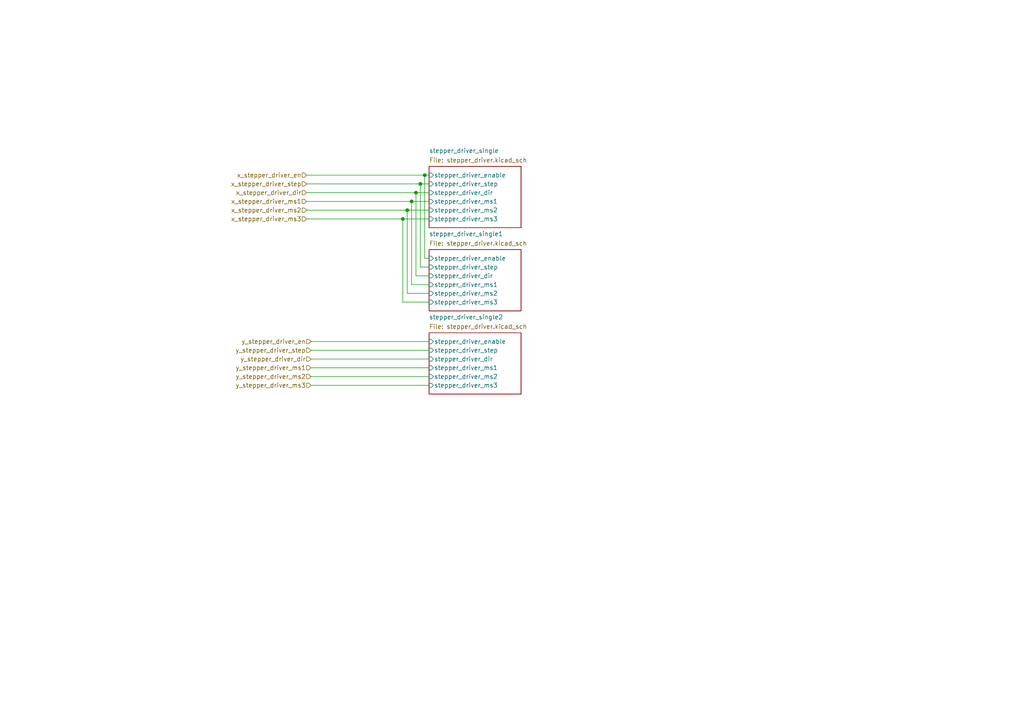
<source format=kicad_sch>
(kicad_sch (version 20230121) (generator eeschema)
  (paper "A4")
  (lib_symbols)
  (junction (at 123.19 50.8))
  (junction (at 120.65 55.88))
  (junction (at 121.92 53.34))
  (junction (at 116.84 63.5))
  (junction (at 119.38 58.42))
  (junction (at 118.11 60.96))
  (wire (pts (xy 116.84 63.5) (xy 124.46 63.5)))
  (wire (pts (xy 124.46 60.96) (xy 118.11 60.96)))
  (wire (pts (xy 120.65 80.01) (xy 120.65 55.88)))
  (wire (pts (xy 124.46 50.8) (xy 123.19 50.8)))
  (wire (pts (xy 119.38 58.42) (xy 124.46 58.42)))
  (wire (pts (xy 90.17 106.68) (xy 124.46 106.68)))
  (wire (pts (xy 88.9 53.34) (xy 121.92 53.34)))
  (wire (pts (xy 90.17 99.06) (xy 124.46 99.06)))
  (wire (pts (xy 88.9 55.88) (xy 120.65 55.88)))
  (wire (pts (xy 88.9 63.5) (xy 116.84 63.5)))
  (wire (pts (xy 121.92 53.34) (xy 121.92 77.47)))
  (wire (pts (xy 121.92 77.47) (xy 124.46 77.47)))
  (wire (pts (xy 116.84 87.63) (xy 116.84 63.5)))
  (wire (pts (xy 90.17 104.14) (xy 124.46 104.14)))
  (wire (pts (xy 123.19 50.8) (xy 123.19 74.93)))
  (wire (pts (xy 118.11 60.96) (xy 118.11 85.09)))
  (wire (pts (xy 124.46 87.63) (xy 116.84 87.63)))
  (wire (pts (xy 124.46 80.01) (xy 120.65 80.01)))
  (wire (pts (xy 88.9 58.42) (xy 119.38 58.42)))
  (wire (pts (xy 88.9 60.96) (xy 118.11 60.96)))
  (wire (pts (xy 123.19 74.93) (xy 124.46 74.93)))
  (wire (pts (xy 124.46 53.34) (xy 121.92 53.34)))
  (wire (pts (xy 90.17 109.22) (xy 124.46 109.22)))
  (wire (pts (xy 90.17 101.6) (xy 124.46 101.6)))
  (wire (pts (xy 119.38 82.55) (xy 119.38 58.42)))
  (wire (pts (xy 90.17 111.76) (xy 124.46 111.76)))
  (wire (pts (xy 118.11 85.09) (xy 124.46 85.09)))
  (wire (pts (xy 120.65 55.88) (xy 124.46 55.88)))
  (wire (pts (xy 124.46 82.55) (xy 119.38 82.55)))
  (wire (pts (xy 88.9 50.8) (xy 123.19 50.8)))
  (hierarchical_label "y_stepper_driver_ms1" (shape input) (at 90.17 106.68 180))
  (hierarchical_label "x_stepper_driver_ms2" (shape input) (at 88.9 60.96 180))
  (hierarchical_label "x_stepper_driver_ms3" (shape input) (at 88.9 63.5 180))
  (hierarchical_label "y_stepper_driver_ms2" (shape input) (at 90.17 109.22 180))
  (hierarchical_label "x_stepper_driver_ms1" (shape input) (at 88.9 58.42 180))
  (hierarchical_label "y_stepper_driver_dir" (shape input) (at 90.17 104.14 180))
  (hierarchical_label "y_stepper_driver_step" (shape input) (at 90.17 101.6 180))
  (hierarchical_label "x_stepper_driver_step" (shape input) (at 88.9 53.34 180))
  (hierarchical_label "x_stepper_driver_en" (shape input) (at 88.9 50.8 180))
  (hierarchical_label "y_stepper_driver_ms3" (shape input) (at 90.17 111.76 180))
  (hierarchical_label "x_stepper_driver_dir" (shape input) (at 88.9 55.88 180))
  (hierarchical_label "y_stepper_driver_en" (shape input) (at 90.17 99.06 180))
  (sheet (at 124.46 72.39) (size 26.67 17.78) (stroke (width 0.1524))
    (property "Sheetname" "stepper_driver_single1" (at 124.46 68.58 0) (effects (justify left bottom)))
    (property "Sheetfile" "stepper_driver.kicad_sch" (at 124.46 69.85 0) (effects (justify left top)))
    (pin "stepper_driver_enable" input (at 124.46 74.93 180))
    (pin "stepper_driver_ms2" input (at 124.46 85.09 180))
    (pin "stepper_driver_ms1" input (at 124.46 82.55 180))
    (pin "stepper_driver_step" input (at 124.46 77.47 180))
    (pin "stepper_driver_dir" input (at 124.46 80.01 180))
    (pin "stepper_driver_ms3" input (at 124.46 87.63 180))
  )
  (sheet (at 124.46 96.52) (size 26.67 17.78) (stroke (width 0.1524))
    (property "Sheetname" "stepper_driver_single2" (at 124.46 92.71 0) (effects (justify left bottom)))
    (property "Sheetfile" "stepper_driver.kicad_sch" (at 124.46 93.98 0) (effects (justify left top)))
    (pin "stepper_driver_enable" input (at 124.46 99.06 180))
    (pin "stepper_driver_ms2" input (at 124.46 109.22 180))
    (pin "stepper_driver_ms1" input (at 124.46 106.68 180))
    (pin "stepper_driver_step" input (at 124.46 101.6 180))
    (pin "stepper_driver_dir" input (at 124.46 104.14 180))
    (pin "stepper_driver_ms3" input (at 124.46 111.76 180))
  )
  (sheet (at 124.46 48.26) (size 26.67 17.78) (stroke (width 0.1524))
    (property "Sheetname" "stepper_driver_single" (at 124.46 44.45 0) (effects (justify left bottom)))
    (property "Sheetfile" "stepper_driver.kicad_sch" (at 124.46 45.72 0) (effects (justify left top)))
    (pin "stepper_driver_enable" input (at 124.46 50.8 180))
    (pin "stepper_driver_ms2" input (at 124.46 60.96 180))
    (pin "stepper_driver_ms1" input (at 124.46 58.42 180))
    (pin "stepper_driver_step" input (at 124.46 53.34 180))
    (pin "stepper_driver_dir" input (at 124.46 55.88 180))
    (pin "stepper_driver_ms3" input (at 124.46 63.5 180))
  )
)
</source>
